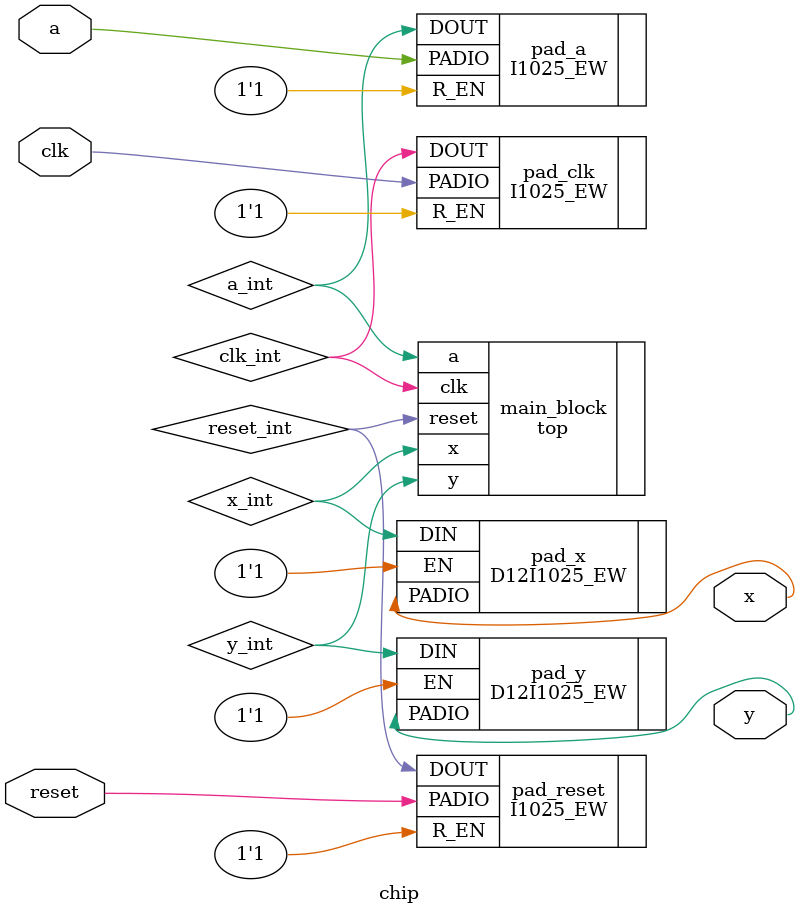
<source format=v>
module chip (clk, reset, a, x, y);
    input clk, reset, a;
    output x, y;

    wire clk_int, reset_int, a_int;
    wire x_int, y_int;

    top main_block(.clk(clk_int), .reset(reset_int), .a(a_int), .x(x_int), .y(y_int));

    // left
    I1025_EW pad_clk(.R_EN(1'b1), .PADIO(clk), .DOUT(clk_int));
    I1025_EW pad_reset(.R_EN(1'b1), .PADIO(reset), .DOUT(reset_int));
    I1025_EW pad_a(.R_EN(1'b1), .PADIO(a), .DOUT(a_int));

    // right
    D12I1025_EW pad_x(.DIN(x_int), .EN(1'b1), .PADIO(x));
    D12I1025_EW pad_y(.DIN(y_int), .EN(1'b1), .PADIO(y));
endmodule

</source>
